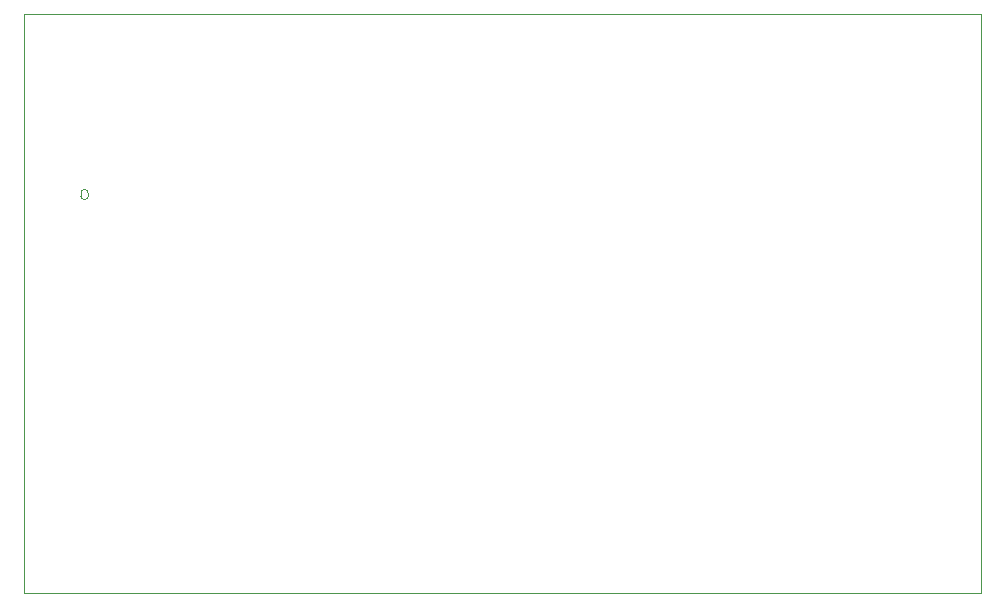
<source format=gm1>
%TF.GenerationSoftware,KiCad,Pcbnew,(5.1.8)-1*%
%TF.CreationDate,2020-12-25T17:53:49+01:00*%
%TF.ProjectId,mmStep,6d6d5374-6570-42e6-9b69-6361645f7063,rev?*%
%TF.SameCoordinates,Original*%
%TF.FileFunction,Profile,NP*%
%FSLAX46Y46*%
G04 Gerber Fmt 4.6, Leading zero omitted, Abs format (unit mm)*
G04 Created by KiCad (PCBNEW (5.1.8)-1) date 2020-12-25 17:53:49*
%MOMM*%
%LPD*%
G01*
G04 APERTURE LIST*
%TA.AperFunction,Profile*%
%ADD10C,0.050000*%
%TD*%
%TA.AperFunction,Profile*%
%ADD11C,0.100000*%
%TD*%
G04 APERTURE END LIST*
D10*
X0Y0D02*
X0Y-49000000D01*
X81000000Y-49000000D02*
X0Y-49000000D01*
X81000000Y0D02*
X81000000Y-49000000D01*
X0Y0D02*
X81000000Y0D01*
D11*
%TO.C,J2*%
X5415000Y-15125000D02*
X5415000Y-15375000D01*
X4785000Y-15375000D02*
X4785000Y-15125000D01*
X5100000Y-14810000D02*
G75*
G02*
X5415000Y-15125000I0J-315000D01*
G01*
X4785000Y-15125000D02*
G75*
G02*
X5100000Y-14810000I315000J0D01*
G01*
X5100000Y-15690000D02*
G75*
G02*
X4785000Y-15375000I0J315000D01*
G01*
X5415000Y-15375000D02*
G75*
G02*
X5100000Y-15690000I-315000J0D01*
G01*
%TD*%
M02*

</source>
